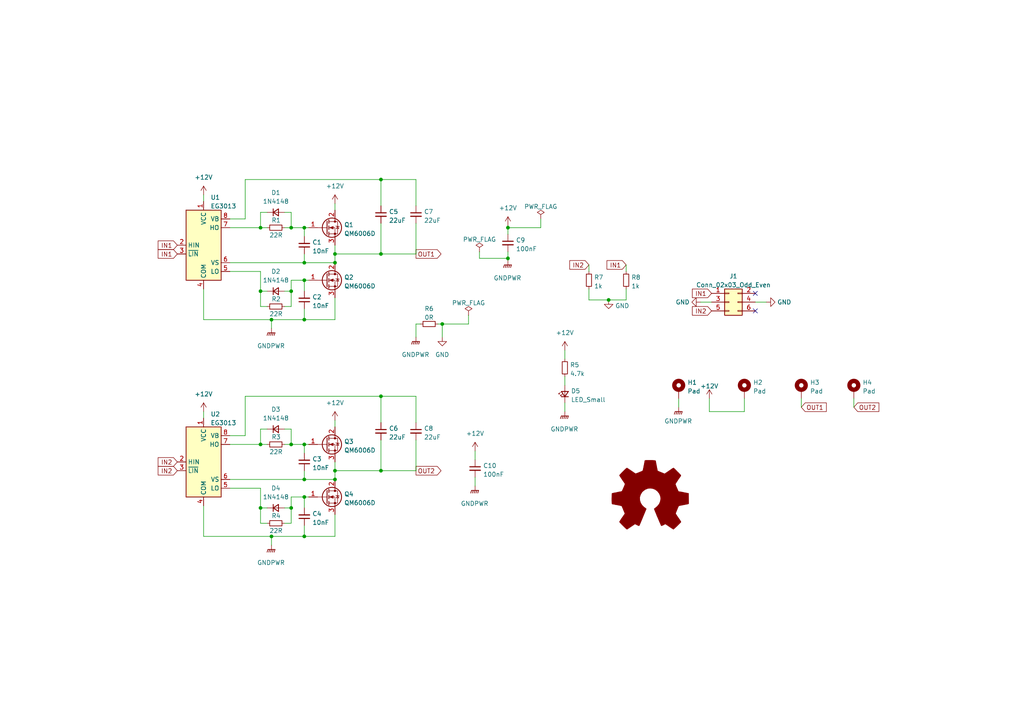
<source format=kicad_sch>
(kicad_sch (version 20211123) (generator eeschema)
  (paper "A4")
  (title_block (title "B车模电机驱动") (date "2022-03-18") (rev "V1.0") (company "zenchere"))
  (lib_symbols
    (symbol "Connector_Generic:Conn_02x03_Odd_Even" (pin_names (offset 1.016) hide)
      (property "Reference" "J" (at 1.27 5.08 0))
      (property "Value" "Conn_02x03_Odd_Even" (at 1.27 -5.08 0))
      (symbol "Conn_02x03_Odd_Even_1_1"
        (rectangle (start -1.27 -2.413) (end 0 -2.667) (stroke (width 0.1524)))
        (rectangle (start -1.27 0.127) (end 0 -0.127) (stroke (width 0.1524)))
        (rectangle (start -1.27 2.667) (end 0 2.413) (stroke (width 0.1524)))
        (rectangle (start -1.27 3.81) (end 3.81 -3.81) (stroke (width 0.254)) (fill (type background)))
        (rectangle (start 3.81 -2.413) (end 2.54 -2.667) (stroke (width 0.1524)))
        (rectangle (start 3.81 0.127) (end 2.54 -0.127) (stroke (width 0.1524)))
        (rectangle (start 3.81 2.667) (end 2.54 2.413) (stroke (width 0.1524)))
        (pin passive line (at -5.08 2.54 0) (length 3.81) (name "Pin_1") (number "1"))
        (pin passive line (at 7.62 2.54 180) (length 3.81) (name "Pin_2") (number "2"))
        (pin passive line (at -5.08 0 0) (length 3.81) (name "Pin_3") (number "3"))
        (pin passive line (at 7.62 0 180) (length 3.81) (name "Pin_4") (number "4"))
        (pin passive line (at -5.08 -2.54 0) (length 3.81) (name "Pin_5") (number "5"))
        (pin passive line (at 7.62 -2.54 180) (length 3.81) (name "Pin_6") (number "6"))
      )
    )
    (symbol "Device:C_Small" (pin_numbers hide) (pin_names (offset 0.254) hide)
      (property "Reference" "C" (at 0.254 1.778 0))
      (property "Value" "C_Small" (at 0.254 -2.032 0))
      (symbol "C_Small_0_1"
        (polyline (pts (xy -1.524 -0.508) (xy 1.524 -0.508)) (stroke (width 0.3302)))
        (polyline (pts (xy -1.524 0.508) (xy 1.524 0.508)) (stroke (width 0.3048)))
      )
      (symbol "C_Small_1_1"
        (pin passive line (at 0 2.54 270) (length 2.032) (name "~") (number "1"))
        (pin passive line (at 0 -2.54 90) (length 2.032) (name "~") (number "2"))
      )
    )
    (symbol "Device:D_Small" (pin_numbers hide) (pin_names (offset 0.254) hide)
      (property "Reference" "D" (at -1.27 2.032 0))
      (property "Value" "D_Small" (at -3.81 -2.032 0))
      (symbol "D_Small_0_1"
        (polyline (pts (xy -0.762 -1.016) (xy -0.762 1.016)) (stroke (width 0.254)))
        (polyline (pts (xy -0.762 0) (xy 0.762 0)))
        (polyline (pts (xy 0.762 -1.016) (xy -0.762 0) (xy 0.762 1.016) (xy 0.762 -1.016)) (stroke (width 0.254)))
      )
      (symbol "D_Small_1_1"
        (pin passive line (at -2.54 0 0) (length 1.778) (name "K") (number "1"))
        (pin passive line (at 2.54 0 180) (length 1.778) (name "A") (number "2"))
      )
    )
    (symbol "Device:LED_Small" (pin_numbers hide) (pin_names (offset 0.254) hide)
      (property "Reference" "D" (at -1.27 3.175 0))
      (property "Value" "LED_Small" (at -4.445 -2.54 0))
      (symbol "LED_Small_0_1"
        (polyline (pts (xy -0.762 -1.016) (xy -0.762 1.016)) (stroke (width 0.254)))
        (polyline (pts (xy 1.016 0) (xy -0.762 0)))
        (polyline (pts (xy 0.762 -1.016) (xy -0.762 0) (xy 0.762 1.016) (xy 0.762 -1.016)) (stroke (width 0.254)))
        (polyline (pts (xy 0 0.762) (xy -0.508 1.27) (xy -0.254 1.27) (xy -0.508 1.27) (xy -0.508 1.016)))
        (polyline (pts (xy 0.508 1.27) (xy 0 1.778) (xy 0.254 1.778) (xy 0 1.778) (xy 0 1.524)))
      )
      (symbol "LED_Small_1_1"
        (pin passive line (at -2.54 0 0) (length 1.778) (name "K") (number "1"))
        (pin passive line (at 2.54 0 180) (length 1.778) (name "A") (number "2"))
      )
    )
    (symbol "Device:R_Small" (pin_numbers hide) (pin_names (offset 0.254) hide)
      (property "Reference" "R" (at 0.762 0.508 0))
      (property "Value" "R_Small" (at 0.762 -1.016 0))
      (symbol "R_Small_0_1"
        (rectangle (start -0.762 1.778) (end 0.762 -1.778) (stroke (width 0.2032)))
      )
      (symbol "R_Small_1_1"
        (pin passive line (at 0 2.54 270) (length 0.762) (name "~") (number "1"))
        (pin passive line (at 0 -2.54 90) (length 0.762) (name "~") (number "2"))
      )
    )
    (symbol "Driver_FET:IR2103"
      (property "Reference" "U" (at 1.27 13.335 0))
      (property "Value" "IR2103" (at 1.27 11.43 0))
      (symbol "IR2103_0_1"
        (rectangle (start -5.08 -10.16) (end 5.08 10.16) (stroke (width 0.254)) (fill (type background)))
      )
      (symbol "IR2103_1_1"
        (pin power_in line (at 0 12.7 270) (length 2.54) (name "VCC") (number "1"))
        (pin input line (at -7.62 0 0) (length 2.54) (name "HIN") (number "2"))
        (pin input line (at -7.62 -2.54 0) (length 2.54) (name "~{LIN}") (number "3"))
        (pin power_in line (at 0 -12.7 90) (length 2.54) (name "COM") (number "4"))
        (pin output line (at 7.62 -7.62 180) (length 2.54) (name "LO") (number "5"))
        (pin passive line (at 7.62 -5.08 180) (length 2.54) (name "VS") (number "6"))
        (pin output line (at 7.62 5.08 180) (length 2.54) (name "HO") (number "7"))
        (pin passive line (at 7.62 7.62 180) (length 2.54) (name "VB") (number "8"))
      )
    )
    (symbol "Graphic:Logo_Open_Hardware_Large" (pin_names (offset 1.016))
      (symbol "Logo_Open_Hardware_Large_1_1"
        (polyline (pts (xy 6.731 -8.7122) (xy 6.6294 -8.6614) (xy 6.35 -8.4836) (xy 5.9944 -8.255) (xy 5.5372 -7.9502) (xy 5.1054 -7.6454) (xy 4.7498 -7.4168) (xy 4.4958 -7.239) (xy 4.3942 -7.1882) (xy 4.318 -7.2136) (xy 4.1148 -7.3152) (xy 3.81 -7.4676) (xy 3.6322 -7.5692) (xy 3.3528 -7.6708) (xy 3.2258 -7.6962) (xy 3.2004 -7.6708) (xy 3.0988 -7.4676) (xy 2.9464 -7.0866) (xy 2.7178 -6.604) (xy 2.4892 -6.0452) (xy 2.2352 -5.4356) (xy 1.9558 -4.826) (xy 1.7272 -4.2164) (xy 1.4986 -3.683) (xy 1.3208 -3.2512) (xy 1.2192 -2.9464) (xy 1.1684 -2.8194) (xy 1.1938 -2.794) (xy 1.3208 -2.667) (xy 1.5748 -2.4892) (xy 2.0828 -2.0574) (xy 2.6162 -1.397) (xy 2.921 -0.6604) (xy 3.048 0.1524) (xy 2.9464 0.9144) (xy 2.6416 1.6256) (xy 2.1336 2.286) (xy 1.524 2.7686) (xy 0.8128 3.0734) (xy 0 3.175) (xy -0.762 3.0988) (xy -1.4986 2.794) (xy -2.159 2.286) (xy -2.4384 1.9812) (xy -2.8194 1.3208) (xy -3.048 0.6096) (xy -3.0734 0.4318) (xy -3.0226 -0.3556) (xy -2.794 -1.0922) (xy -2.3876 -1.7526) (xy -1.8288 -2.3114) (xy -1.7526 -2.3622) (xy -1.4732 -2.5654) (xy -1.2954 -2.6924) (xy -1.1684 -2.8194) (xy -2.159 -5.207) (xy -2.3114 -5.588) (xy -2.5908 -6.2484) (xy -2.8194 -6.8072) (xy -3.0226 -7.2644) (xy -3.1496 -7.5692) (xy -3.2258 -7.6708) (xy -3.2258 -7.6962) (xy -3.302 -7.6962) (xy -3.4798 -7.6454) (xy -3.8354 -7.4676) (xy -4.0386 -7.366) (xy -4.2926 -7.239) (xy -4.4196 -7.1882) (xy -4.5212 -7.239) (xy -4.7498 -7.3914) (xy -5.1054 -7.6454) (xy -5.5372 -7.9248) (xy -5.9436 -8.2042) (xy -6.3246 -8.4582) (xy -6.604 -8.636) (xy -6.731 -8.7122) (xy -6.7564 -8.7122) (xy -6.858 -8.636) (xy -7.0866 -8.4582) (xy -7.4168 -8.1534) (xy -7.874 -7.6962) (xy -7.9502 -7.62) (xy -8.3312 -7.239) (xy -8.636 -6.9088) (xy -8.8392 -6.6802) (xy -8.9154 -6.5786) (xy -8.9154 -6.5786) (xy -8.8392 -6.4516) (xy -8.6614 -6.1722) (xy -8.4328 -5.7912) (xy -8.128 -5.3594) (xy -7.3152 -4.191) (xy -7.7724 -3.0988) (xy -7.8994 -2.7686) (xy -8.0772 -2.3622) (xy -8.2042 -2.0828) (xy -8.255 -1.9558) (xy -8.382 -1.905) (xy -8.6614 -1.8542) (xy -9.0932 -1.7526) (xy -9.6266 -1.651) (xy -10.1092 -1.5748) (xy -10.541 -1.4732) (xy -10.8712 -1.4224) (xy -11.0236 -1.397) (xy -11.049 -1.3716) (xy -11.0744 -1.2954) (xy -11.0998 -1.143) (xy -11.0998 -0.889) (xy -11.1252 -0.4572) (xy -11.1252 0.1524) (xy -11.1252 0.2286) (xy -11.0998 0.8128) (xy -11.0998 1.27) (xy -11.0744 1.5494) (xy -11.0744 1.6764) (xy -11.0744 1.6764) (xy -10.922 1.7018) (xy -10.6172 1.778) (xy -10.16 1.8542) (xy -9.652 1.9558) (xy -9.6012 1.9812) (xy -9.0932 2.0828) (xy -8.636 2.159) (xy -8.3312 2.2352) (xy -8.2042 2.286) (xy -8.1788 2.3114) (xy -8.0772 2.5146) (xy -7.9248 2.8448) (xy -7.747 3.2512) (xy -7.5692 3.6576) (xy -7.4168 4.0386) (xy -7.3152 4.318) (xy -7.2898 4.445) (xy -7.2898 4.445) (xy -7.366 4.572) (xy -7.5438 4.826) (xy -7.7978 5.207) (xy -8.128 5.6642) (xy -8.128 5.6896) (xy -8.4328 6.1468) (xy -8.6868 6.5278) (xy -8.8392 6.7818) (xy -8.9154 6.9088) (xy -8.9154 6.9088) (xy -8.8138 7.0358) (xy -8.5852 7.2898) (xy -8.255 7.6454) (xy -7.874 8.0264) (xy -7.747 8.1534) (xy -7.3152 8.5852) (xy -7.0104 8.8646) (xy -6.8326 8.9916) (xy -6.731 9.0424) (xy -6.731 9.0424) (xy -6.604 8.9408) (xy -6.3246 8.763) (xy -5.9436 8.509) (xy -5.4864 8.2042) (xy -5.461 8.1788) (xy -5.0038 7.874) (xy -4.6482 7.62) (xy -4.3688 7.4422) (xy -4.2672 7.3914) (xy -4.2418 7.3914) (xy -4.064 7.4422) (xy -3.7338 7.5438) (xy -3.3528 7.6962) (xy -2.9464 7.874) (xy -2.5654 8.0264) (xy -2.286 8.1534) (xy -2.159 8.2296) (xy -2.159 8.2296) (xy -2.1082 8.382) (xy -2.032 8.7122) (xy -1.9304 9.1694) (xy -1.8288 9.7282) (xy -1.8034 9.8044) (xy -1.7018 10.3378) (xy -1.6256 10.7696) (xy -1.5748 11.0744) (xy -1.524 11.2014) (xy -1.4478 11.2268) (xy -1.1938 11.2522) (xy -0.8128 11.2522) (xy -0.3302 11.2522) (xy 0.1524 11.2522) (xy 0.6604 11.2522) (xy 1.0668 11.2268) (xy 1.3716 11.2014) (xy 1.4986 11.176) (xy 1.4986 11.176) (xy 1.5494 11.0236) (xy 1.6256 10.6934) (xy 1.7018 10.2108) (xy 1.8288 9.6774) (xy 1.8288 9.5758) (xy 1.9304 9.0424) (xy 2.032 8.6106) (xy 2.0828 8.3058) (xy 2.1336 8.2042) (xy 2.159 8.1788) (xy 2.3876 8.0772) (xy 2.7432 7.9248) (xy 3.175 7.747) (xy 4.191 7.3406) (xy 5.461 8.2042) (xy 5.5626 8.2804) (xy 6.0198 8.5852) (xy 6.3754 8.8392) (xy 6.6294 8.9916) (xy 6.7564 9.0424) (xy 6.7564 9.0424) (xy 6.8834 8.9408) (xy 7.1374 8.7122) (xy 7.4676 8.382) (xy 7.8486 7.9756) (xy 8.1534 7.6962) (xy 8.4836 7.3406) (xy 8.7122 7.112) (xy 8.8392 6.9596) (xy 8.8646 6.858) (xy 8.8646 6.8072) (xy 8.7884 6.6802) (xy 8.6106 6.4008) (xy 8.3312 6.0198) (xy 8.0264 5.588) (xy 7.7978 5.207) (xy 7.5184 4.8006) (xy 7.3406 4.4958) (xy 7.2898 4.3434) (xy 7.2898 4.2926) (xy 7.3914 4.0386) (xy 7.5184 3.683) (xy 7.7216 3.2258) (xy 8.1534 2.2352) (xy 8.7884 2.1082) (xy 9.1948 2.0574) (xy 9.7536 1.9304) (xy 10.2616 1.8288) (xy 11.0998 1.6764) (xy 11.1252 -1.3208) (xy 10.9982 -1.3716) (xy 10.8712 -1.397) (xy 10.5664 -1.4732) (xy 10.1346 -1.5494) (xy 9.6266 -1.651) (xy 9.1948 -1.7272) (xy 8.7376 -1.8288) (xy 8.4328 -1.8796) (xy 8.2804 -1.905) (xy 8.255 -1.9558) (xy 8.1534 -2.159) (xy 7.9756 -2.5146) (xy 7.8232 -2.921) (xy 7.6454 -3.3274) (xy 7.493 -3.7338) (xy 7.366 -4.0132) (xy 7.3406 -4.191) (xy 7.3914 -4.2926) (xy 7.5692 -4.5466) (xy 7.7978 -4.9276) (xy 8.1026 -5.3594) (xy 8.4074 -5.7912) (xy 8.6614 -6.1722) (xy 8.8138 -6.4262) (xy 8.89 -6.5532) (xy 8.8646 -6.6548) (xy 8.6868 -6.858) (xy 8.3566 -7.1882) (xy 7.874 -7.6708) (xy 7.7978 -7.747) (xy 7.3914 -8.128) (xy 7.0612 -8.4328) (xy 6.8326 -8.636) (xy 6.731 -8.7122)) (fill (type outline)))
      )
    )
    (symbol "Mechanical:MountingHole_Pad" (pin_numbers hide) (pin_names (offset 1.016) hide)
      (property "Reference" "H" (at 0 6.35 0))
      (property "Value" "MountingHole_Pad" (at 0 4.445 0))
      (symbol "MountingHole_Pad_0_1"
        (circle (center 0 1.27) (radius 1.27) (stroke (width 1.27)))
      )
      (symbol "MountingHole_Pad_1_1"
        (pin input line (at 0 -2.54 90) (length 2.54) (name "1") (number "1"))
      )
    )
    (symbol "Transistor_FET:QM6006D" (pin_names hide)
      (property "Reference" "Q" (at 5.08 1.905 0))
      (property "Value" "QM6006D" (at 5.08 0 0))
      (symbol "QM6006D_0_1"
        (polyline (pts (xy 0.254 0) (xy -2.54 0)))
        (polyline (pts (xy 0.254 1.905) (xy 0.254 -1.905)) (stroke (width 0.254)))
        (polyline (pts (xy 0.762 -1.27) (xy 0.762 -2.286)) (stroke (width 0.254)))
        (polyline (pts (xy 0.762 0.508) (xy 0.762 -0.508)) (stroke (width 0.254)))
        (polyline (pts (xy 0.762 2.286) (xy 0.762 1.27)) (stroke (width 0.254)))
        (polyline (pts (xy 2.54 2.54) (xy 2.54 1.778)))
        (polyline (pts (xy 2.54 -2.54) (xy 2.54 0) (xy 0.762 0)))
        (polyline (pts (xy 0.762 -1.778) (xy 3.302 -1.778) (xy 3.302 1.778) (xy 0.762 1.778)))
        (polyline (pts (xy 1.016 0) (xy 2.032 0.381) (xy 2.032 -0.381) (xy 1.016 0)) (fill (type outline)))
        (polyline (pts (xy 2.794 0.508) (xy 2.921 0.381) (xy 3.683 0.381) (xy 3.81 0.254)))
        (polyline (pts (xy 3.302 0.381) (xy 2.921 -0.254) (xy 3.683 -0.254) (xy 3.302 0.381)))
        (circle (center 1.651 0) (radius 2.794) (stroke (width 0.254)))
        (circle (center 2.54 -1.778) (radius 0.254) (fill (type outline)))
        (circle (center 2.54 1.778) (radius 0.254) (fill (type outline)))
      )
      (symbol "QM6006D_1_1"
        (pin input line (at -5.08 0 0) (length 2.54) (name "G") (number "1"))
        (pin passive line (at 2.54 5.08 270) (length 2.54) (name "D") (number "2"))
        (pin passive line (at 2.54 -5.08 90) (length 2.54) (name "S") (number "3"))
      )
    )
    (symbol "power:+12V" (power) (pin_names (offset 0))
      (property "Value" "+12V" (at 0 3.556 0))
      (symbol "+12V_0_1"
        (polyline (pts (xy -0.762 1.27) (xy 0 2.54)))
        (polyline (pts (xy 0 0) (xy 0 2.54)))
        (polyline (pts (xy 0 2.54) (xy 0.762 1.27)))
      )
      (symbol "+12V_1_1"
        (pin power_in line (at 0 0 90) (length 0) hide (name "+12V") (number "1"))
      )
    )
    (symbol "power:GND" (power) (pin_names (offset 0))
      (property "Value" "GND" (at 0 -3.81 0))
      (symbol "GND_0_1"
        (polyline (pts (xy 0 0) (xy 0 -1.27) (xy 1.27 -1.27) (xy 0 -2.54) (xy -1.27 -1.27) (xy 0 -1.27)))
      )
      (symbol "GND_1_1"
        (pin power_in line (at 0 0 270) (length 0) hide (name "GND") (number "1"))
      )
    )
    (symbol "power:GNDPWR" (power) (pin_names (offset 0))
      (property "Value" "GNDPWR" (at 0 -3.302 0))
      (symbol "GNDPWR_0_1"
        (polyline (pts (xy 0 -1.27) (xy 0 0)))
        (polyline (pts (xy -1.016 -1.27) (xy -1.27 -2.032) (xy -1.27 -2.032)) (stroke (width 0.2032)))
        (polyline (pts (xy -0.508 -1.27) (xy -0.762 -2.032) (xy -0.762 -2.032)) (stroke (width 0.2032)))
        (polyline (pts (xy 0 -1.27) (xy -0.254 -2.032) (xy -0.254 -2.032)) (stroke (width 0.2032)))
        (polyline (pts (xy 0.508 -1.27) (xy 0.254 -2.032) (xy 0.254 -2.032)) (stroke (width 0.2032)))
        (polyline (pts (xy 1.016 -1.27) (xy -1.016 -1.27) (xy -1.016 -1.27)) (stroke (width 0.2032)))
        (polyline (pts (xy 1.016 -1.27) (xy 0.762 -2.032) (xy 0.762 -2.032) (xy 0.762 -2.032)) (stroke (width 0.2032)))
      )
      (symbol "GNDPWR_1_1"
        (pin power_in line (at 0 0 270) (length 0) hide (name "GNDPWR") (number "1"))
      )
    )
    (symbol "power:PWR_FLAG" (power) (pin_numbers hide) (pin_names (offset 0) hide)
      (property "Value" "PWR_FLAG" (at 0 3.81 0))
      (symbol "PWR_FLAG_0_0"
        (pin power_out line (at 0 0 90) (length 0) (name "pwr") (number "1"))
      )
      (symbol "PWR_FLAG_0_1"
        (polyline (pts (xy 0 0) (xy 0 1.27) (xy -1.016 1.905) (xy 0 2.54) (xy 1.016 1.905) (xy 0 1.27)))
      )
    )
  )
  (junction (at 128.27 93.98))
  (junction (at 84.455 147.32))
  (junction (at 110.49 114.935))
  (junction (at 88.265 139.065))
  (junction (at 88.265 66.04))
  (junction (at 88.265 92.71))
  (junction (at 176.53 86.995))
  (junction (at 97.155 76.2))
  (junction (at 88.265 155.575))
  (junction (at 147.32 74.93))
  (junction (at 75.565 66.04))
  (junction (at 110.49 52.07))
  (junction (at 75.565 84.455))
  (junction (at 84.455 128.905))
  (junction (at 97.155 136.525))
  (junction (at 88.265 144.145))
  (junction (at 78.74 92.71))
  (junction (at 88.265 76.2))
  (junction (at 97.155 139.065))
  (junction (at 78.74 155.575))
  (junction (at 97.155 73.66))
  (junction (at 75.565 128.905))
  (junction (at 147.32 66.04))
  (junction (at 75.565 147.32))
  (junction (at 88.265 128.905))
  (junction (at 110.49 136.525))
  (junction (at 84.455 84.455))
  (junction (at 84.455 66.04))
  (junction (at 88.265 81.28))
  (junction (at 110.49 73.66))
  (no_connect (at 219.075 85.09))
  (no_connect (at 219.075 90.17))
  (wire (pts (xy 110.49 114.935) (xy 120.65 114.935)))
  (wire (pts (xy 59.055 83.82) (xy 59.055 92.71)))
  (wire (pts (xy 127 93.98) (xy 128.27 93.98)))
  (wire (pts (xy 84.455 81.28) (xy 88.265 81.28)))
  (wire (pts (xy 84.455 81.28) (xy 84.455 84.455)))
  (wire (pts (xy 97.155 73.66) (xy 97.155 76.2)))
  (wire (pts (xy 88.265 139.065) (xy 97.155 139.065)))
  (wire (pts (xy 75.565 128.905) (xy 77.47 128.905)))
  (wire (pts (xy 88.265 128.905) (xy 88.265 131.445)))
  (wire (pts (xy 88.265 144.145) (xy 88.265 147.32)))
  (wire (pts (xy 176.53 86.995) (xy 181.61 86.995)))
  (wire (pts (xy 59.055 119.38) (xy 59.055 121.285)))
  (wire (pts (xy 88.265 144.145) (xy 89.535 144.145)))
  (wire (pts (xy 97.155 155.575) (xy 97.155 149.225)))
  (wire (pts (xy 84.455 144.145) (xy 84.455 147.32)))
  (wire (pts (xy 84.455 84.455) (xy 84.455 88.9)))
  (wire (pts (xy 170.815 86.995) (xy 176.53 86.995)))
  (wire (pts (xy 88.265 66.04) (xy 84.455 66.04)))
  (wire (pts (xy 71.12 63.5) (xy 71.12 52.07)))
  (wire (pts (xy 147.32 74.93) (xy 147.32 75.565)))
  (wire (pts (xy 120.65 136.525) (xy 120.65 127.635)))
  (wire (pts (xy 97.155 136.525) (xy 110.49 136.525)))
  (wire (pts (xy 88.265 89.535) (xy 88.265 92.71)))
  (wire (pts (xy 59.055 56.515) (xy 59.055 58.42)))
  (wire (pts (xy 110.49 52.07) (xy 120.65 52.07)))
  (wire (pts (xy 88.265 155.575) (xy 97.155 155.575)))
  (wire (pts (xy 75.565 147.32) (xy 77.47 147.32)))
  (wire (pts (xy 120.65 114.935) (xy 120.65 122.555)))
  (wire (pts (xy 66.675 63.5) (xy 71.12 63.5)))
  (wire (pts (xy 97.155 136.525) (xy 97.155 139.065)))
  (wire (pts (xy 66.675 128.905) (xy 75.565 128.905)))
  (wire (pts (xy 97.155 92.71) (xy 97.155 86.36)))
  (wire (pts (xy 84.455 144.145) (xy 88.265 144.145)))
  (wire (pts (xy 88.265 73.66) (xy 88.265 76.2)))
  (wire (pts (xy 222.25 87.63) (xy 219.075 87.63)))
  (wire (pts (xy 147.32 66.04) (xy 147.32 67.945)))
  (wire (pts (xy 84.455 147.32) (xy 84.455 151.765)))
  (wire (pts (xy 84.455 124.46) (xy 84.455 128.905)))
  (wire (pts (xy 163.83 101.6) (xy 163.83 104.14)))
  (wire (pts (xy 88.265 128.905) (xy 84.455 128.905)))
  (wire (pts (xy 75.565 124.46) (xy 75.565 128.905)))
  (wire (pts (xy 147.32 66.04) (xy 156.845 66.04)))
  (wire (pts (xy 232.41 118.11) (xy 232.41 115.57)))
  (wire (pts (xy 88.265 128.905) (xy 89.535 128.905)))
  (wire (pts (xy 205.74 119.38) (xy 215.9 119.38)))
  (wire (pts (xy 147.32 65.405) (xy 147.32 66.04)))
  (wire (pts (xy 163.83 109.22) (xy 163.83 111.76)))
  (wire (pts (xy 75.565 84.455) (xy 75.565 88.9)))
  (wire (pts (xy 128.27 93.98) (xy 128.27 97.79)))
  (wire (pts (xy 120.65 73.66) (xy 120.65 64.77)))
  (wire (pts (xy 82.55 84.455) (xy 84.455 84.455)))
  (wire (pts (xy 59.055 155.575) (xy 78.74 155.575)))
  (wire (pts (xy 88.265 66.04) (xy 89.535 66.04)))
  (wire (pts (xy 78.74 92.71) (xy 88.265 92.71)))
  (wire (pts (xy 88.265 81.28) (xy 88.265 84.455)))
  (wire (pts (xy 135.89 91.44) (xy 135.89 93.98)))
  (wire (pts (xy 78.74 155.575) (xy 88.265 155.575)))
  (wire (pts (xy 110.49 52.07) (xy 110.49 59.69)))
  (wire (pts (xy 75.565 141.605) (xy 75.565 147.32)))
  (wire (pts (xy 181.61 76.835) (xy 181.61 78.74)))
  (wire (pts (xy 66.675 126.365) (xy 71.12 126.365)))
  (wire (pts (xy 77.47 124.46) (xy 75.565 124.46)))
  (wire (pts (xy 71.12 52.07) (xy 110.49 52.07)))
  (wire (pts (xy 97.155 73.66) (xy 110.49 73.66)))
  (wire (pts (xy 66.675 141.605) (xy 75.565 141.605)))
  (wire (pts (xy 203.2 87.63) (xy 206.375 87.63)))
  (wire (pts (xy 75.565 151.765) (xy 77.47 151.765)))
  (wire (pts (xy 139.065 73.025) (xy 139.065 74.93)))
  (wire (pts (xy 170.815 83.82) (xy 170.815 86.995)))
  (wire (pts (xy 196.85 118.11) (xy 196.85 115.57)))
  (wire (pts (xy 97.155 73.66) (xy 97.155 71.12)))
  (wire (pts (xy 97.155 121.92) (xy 97.155 123.825)))
  (wire (pts (xy 110.49 73.66) (xy 120.65 73.66)))
  (wire (pts (xy 110.49 127.635) (xy 110.49 136.525)))
  (wire (pts (xy 75.565 61.595) (xy 75.565 66.04)))
  (wire (pts (xy 88.265 136.525) (xy 88.265 139.065)))
  (wire (pts (xy 137.795 138.43) (xy 137.795 140.97)))
  (wire (pts (xy 120.65 93.98) (xy 121.92 93.98)))
  (wire (pts (xy 139.065 74.93) (xy 147.32 74.93)))
  (wire (pts (xy 66.675 76.2) (xy 88.265 76.2)))
  (wire (pts (xy 110.49 64.77) (xy 110.49 73.66)))
  (wire (pts (xy 75.565 78.74) (xy 75.565 84.455)))
  (wire (pts (xy 82.55 147.32) (xy 84.455 147.32)))
  (wire (pts (xy 82.55 151.765) (xy 84.455 151.765)))
  (wire (pts (xy 66.675 66.04) (xy 75.565 66.04)))
  (wire (pts (xy 97.155 136.525) (xy 97.155 133.985)))
  (wire (pts (xy 84.455 61.595) (xy 84.455 66.04)))
  (wire (pts (xy 120.65 52.07) (xy 120.65 59.69)))
  (wire (pts (xy 78.74 92.71) (xy 78.74 95.25)))
  (wire (pts (xy 82.55 128.905) (xy 84.455 128.905)))
  (wire (pts (xy 88.265 66.04) (xy 88.265 68.58)))
  (wire (pts (xy 75.565 66.04) (xy 77.47 66.04)))
  (wire (pts (xy 82.55 124.46) (xy 84.455 124.46)))
  (wire (pts (xy 59.055 146.685) (xy 59.055 155.575)))
  (wire (pts (xy 97.155 59.055) (xy 97.155 60.96)))
  (wire (pts (xy 75.565 88.9) (xy 77.47 88.9)))
  (wire (pts (xy 71.12 114.935) (xy 110.49 114.935)))
  (wire (pts (xy 66.675 78.74) (xy 75.565 78.74)))
  (wire (pts (xy 82.55 88.9) (xy 84.455 88.9)))
  (wire (pts (xy 78.74 155.575) (xy 78.74 158.115)))
  (wire (pts (xy 82.55 61.595) (xy 84.455 61.595)))
  (wire (pts (xy 75.565 147.32) (xy 75.565 151.765)))
  (wire (pts (xy 147.32 73.025) (xy 147.32 74.93)))
  (wire (pts (xy 215.9 119.38) (xy 215.9 115.57)))
  (wire (pts (xy 247.65 118.11) (xy 247.65 115.57)))
  (wire (pts (xy 170.815 76.835) (xy 170.815 78.74)))
  (wire (pts (xy 88.265 92.71) (xy 97.155 92.71)))
  (wire (pts (xy 71.12 126.365) (xy 71.12 114.935)))
  (wire (pts (xy 110.49 114.935) (xy 110.49 122.555)))
  (wire (pts (xy 75.565 84.455) (xy 77.47 84.455)))
  (wire (pts (xy 88.265 76.2) (xy 97.155 76.2)))
  (wire (pts (xy 66.675 139.065) (xy 88.265 139.065)))
  (wire (pts (xy 88.265 81.28) (xy 89.535 81.28)))
  (wire (pts (xy 120.65 97.79) (xy 120.65 93.98)))
  (wire (pts (xy 205.74 115.57) (xy 205.74 119.38)))
  (wire (pts (xy 82.55 66.04) (xy 84.455 66.04)))
  (wire (pts (xy 137.795 130.81) (xy 137.795 133.35)))
  (wire (pts (xy 135.89 93.98) (xy 128.27 93.98)))
  (wire (pts (xy 59.055 92.71) (xy 78.74 92.71)))
  (wire (pts (xy 77.47 61.595) (xy 75.565 61.595)))
  (wire (pts (xy 88.265 152.4) (xy 88.265 155.575)))
  (wire (pts (xy 181.61 86.995) (xy 181.61 83.82)))
  (wire (pts (xy 110.49 136.525) (xy 120.65 136.525)))
  (wire (pts (xy 163.83 116.84) (xy 163.83 119.38)))
  (wire (pts (xy 156.845 66.04) (xy 156.845 63.5)))
  (global_label "OUT2" (shape output) (at 120.65 136.525 0) (property "插入图纸页参考" "${INTERSHEET_REFS}" (effects hide)))
  (global_label "IN2" (shape input) (at 51.435 136.525 180) (property "Intersheet References" "${INTERSHEET_REFS}" (effects hide)))
  (global_label "OUT1" (shape output) (at 120.65 73.66 0) (property "插入图纸页参考" "${INTERSHEET_REFS}" (effects hide)))
  (global_label "IN2" (shape input) (at 206.375 90.17 180) (property "Intersheet References" "${INTERSHEET_REFS}" (effects hide)))
  (global_label "IN2" (shape input) (at 170.815 76.835 180) (property "Intersheet References" "${INTERSHEET_REFS}" (effects hide)))
  (global_label "OUT1" (shape input) (at 232.41 118.11 0) (property "插入图纸页参考" "${INTERSHEET_REFS}" (effects hide)))
  (global_label "IN2" (shape input) (at 51.435 133.985 180) (property "Intersheet References" "${INTERSHEET_REFS}" (effects hide)))
  (global_label "IN1" (shape input) (at 206.375 85.09 180) (property "Intersheet References" "${INTERSHEET_REFS}" (effects hide)))
  (global_label "IN1" (shape input) (at 51.435 71.12 180) (property "Intersheet References" "${INTERSHEET_REFS}" (effects hide)))
  (global_label "IN1" (shape input) (at 181.61 76.835 180) (property "Intersheet References" "${INTERSHEET_REFS}" (effects hide)))
  (global_label "IN1" (shape input) (at 51.435 73.66 180) (property "Intersheet References" "${INTERSHEET_REFS}" (effects hide)))
  (global_label "OUT2" (shape input) (at 247.65 118.11 0) (property "插入图纸页参考" "${INTERSHEET_REFS}" (effects hide)))
  (symbol (lib_id "power:GNDPWR") (at 196.85 118.11 0) (unit 1)
    (property "Reference" "#PWR013" (effects hide))
    (property "Value" "GNDPWR" (at 196.723 122.147 0))
  )
  (symbol (lib_id "Device:R_Small") (at 80.01 88.9 270) (unit 1)
    (property "Reference" "R2" (at 78.74 86.741 90) (effects (justify left)))
    (property "Value" "22R" (at 78.105 91.059 90) (effects (justify left)))
    (property "Footprint" "Resistor_SMD:R_0402_1005Metric" (effects hide))
  )
  (symbol (lib_id "Device:C_Small") (at 137.795 135.89 0) (unit 1)
    (property "Reference" "C10" (at 140.1191 135.0616 0) (effects (justify left)))
    (property "Value" "100nF" (at 140.1191 137.5985 0) (effects (justify left)))
    (property "Footprint" "Capacitor_SMD:C_0603_1608Metric" (effects hide))
  )
  (symbol (lib_id "Device:D_Small") (at 80.01 61.595 0) (unit 1)
    (property "Reference" "D1" (at 80.01 55.88 0))
    (property "Value" "1N4148" (at 80.01 58.42 0))
    (property "Footprint" "Diode_SMD:D_SOD-123" (effects hide))
  )
  (symbol (lib_id "power:GNDPWR") (at 78.74 158.115 0) (unit 1)
    (property "Reference" "#PWR04" (effects hide))
    (property "Value" "GNDPWR" (at 78.613 163.195 0))
  )
  (symbol (lib_id "power:+12V") (at 137.795 130.81 0) (unit 1)
    (property "Reference" "#PWR09" (effects hide))
    (property "Value" "+12V" (at 137.795 125.73 0))
  )
  (symbol (lib_id "Device:D_Small") (at 80.01 147.32 0) (unit 1)
    (property "Reference" "D4" (at 80.01 141.605 0))
    (property "Value" "1N4148" (at 80.01 144.145 0))
    (property "Footprint" "Diode_SMD:D_SOD-123" (effects hide))
  )
  (symbol (lib_id "Device:C_Small") (at 120.65 125.095 0) (unit 1)
    (property "Reference" "C8" (at 122.9741 124.2666 0) (effects (justify left)))
    (property "Value" "22uF" (at 122.9741 126.8035 0) (effects (justify left)))
    (property "Footprint" "Capacitor_SMD:C_0603_1608Metric" (effects hide))
  )
  (symbol (lib_id "Device:C_Small") (at 110.49 125.095 0) (unit 1)
    (property "Reference" "C6" (at 112.8141 124.2666 0) (effects (justify left)))
    (property "Value" "22uF" (at 112.8141 126.8035 0) (effects (justify left)))
    (property "Footprint" "Capacitor_SMD:C_0603_1608Metric" (effects hide))
  )
  (symbol (lib_id "power:+12V") (at 205.74 115.57 0) (unit 1)
    (property "Reference" "#PWR014" (effects hide))
    (property "Value" "+12V" (at 205.74 111.9942 0))
  )
  (symbol (lib_id "Device:R_Small") (at 163.83 106.68 0) (unit 1)
    (property "Reference" "R5" (at 165.3286 105.8453 0) (effects (justify left)))
    (property "Value" "4.7k" (at 165.3286 108.3822 0) (effects (justify left)))
    (property "Footprint" "Resistor_SMD:R_0402_1005Metric" (effects hide))
  )
  (symbol (lib_id "power:+12V") (at 97.155 59.055 0) (unit 1)
    (property "Reference" "#PWR05" (effects hide))
    (property "Value" "+12V" (at 97.155 53.975 0))
  )
  (symbol (lib_id "power:GND") (at 128.27 97.79 0) (unit 1)
    (property "Reference" "#PWR0102" (effects hide))
    (property "Value" "GND" (at 128.27 102.87 0))
  )
  (symbol (lib_id "power:+12V") (at 163.83 101.6 0) (unit 1)
    (property "Reference" "#PWR011" (effects hide))
    (property "Value" "+12V" (at 163.83 96.52 0))
  )
  (symbol (lib_id "Device:C_Small") (at 88.265 71.12 180) (unit 1)
    (property "Reference" "C1" (at 90.5891 70.2789 0) (effects (justify right)))
    (property "Value" "10nF" (at 90.5891 72.8158 0) (effects (justify right)))
    (property "Footprint" "Capacitor_SMD:C_0402_1005Metric" (effects hide))
  )
  (symbol (lib_id "Device:C_Small") (at 147.32 70.485 0) (unit 1)
    (property "Reference" "C9" (at 149.6441 69.6566 0) (effects (justify left)))
    (property "Value" "100nF" (at 149.6441 72.1935 0) (effects (justify left)))
    (property "Footprint" "Capacitor_SMD:C_0603_1608Metric" (effects hide))
  )
  (symbol (lib_id "Device:C_Small") (at 88.265 86.995 180) (unit 1)
    (property "Reference" "C2" (at 90.5891 86.1539 0) (effects (justify right)))
    (property "Value" "10nF" (at 90.5891 88.6908 0) (effects (justify right)))
    (property "Footprint" "Capacitor_SMD:C_0402_1005Metric" (effects hide))
  )
  (symbol (lib_id "Transistor_FET:QM6006D") (at 94.615 66.04 0) (unit 1)
    (property "Reference" "Q1" (at 99.822 65.2053 0) (effects (justify left)))
    (property "Value" "QM6006D" (at 99.822 67.7422 0) (effects (justify left)))
    (property "Footprint" "Package_TO_SOT_SMD:TO-252-2" (effects hide))
    (property "Datasheet" "http://www.jaolen.com/images/pdf/QM6006D.pdf" (effects hide))
  )
  (symbol (lib_id "Device:R_Small") (at 80.01 151.765 270) (unit 1)
    (property "Reference" "R4" (at 78.74 149.606 90) (effects (justify left)))
    (property "Value" "22R" (at 78.105 153.924 90) (effects (justify left)))
    (property "Footprint" "Resistor_SMD:R_0402_1005Metric" (effects hide))
  )
  (symbol (lib_id "power:PWR_FLAG") (at 135.89 91.44 0) (unit 1)
    (property "Reference" "#FLG0103" (effects hide))
    (property "Value" "PWR_FLAG" (at 135.89 87.8642 0))
  )
  (symbol (lib_id "power:GNDPWR") (at 147.32 75.565 0) (unit 1)
    (property "Reference" "#PWR08" (effects hide))
    (property "Value" "GNDPWR" (at 147.193 80.645 0))
  )
  (symbol (lib_id "Device:R_Small") (at 124.46 93.98 90) (unit 1)
    (property "Reference" "R6" (at 124.46 89.5436 90))
    (property "Value" "0R" (at 124.46 92.0805 90))
    (property "Footprint" "Resistor_SMD:R_0603_1608Metric" (effects hide))
  )
  (symbol (lib_id "power:GND") (at 222.25 87.63 90) (unit 1)
    (property "Reference" "#PWR0103" (effects hide))
    (property "Value" "GND" (at 225.425 87.6299 90) (effects (justify right)))
  )
  (symbol (lib_id "Device:D_Small") (at 80.01 84.455 0) (unit 1)
    (property "Reference" "D2" (at 80.01 78.74 0))
    (property "Value" "1N4148" (at 80.01 81.28 0))
    (property "Footprint" "Diode_SMD:D_SOD-123" (effects hide))
  )
  (symbol (lib_id "power:PWR_FLAG") (at 139.065 73.025 0) (unit 1)
    (property "Reference" "#FLG0102" (effects hide))
    (property "Value" "PWR_FLAG" (at 139.065 69.4492 0))
  )
  (symbol (lib_id "Device:LED_Small") (at 163.83 114.3 90) (unit 1)
    (property "Reference" "D5" (at 165.608 113.4018 90) (effects (justify right)))
    (property "Value" "LED_Small" (at 165.608 115.9387 90) (effects (justify right)))
    (property "Footprint" "LED_SMD:LED_0402_1005Metric" (effects hide))
  )
  (symbol (lib_id "Device:C_Small") (at 88.265 133.985 180) (unit 1)
    (property "Reference" "C3" (at 90.5891 133.1439 0) (effects (justify right)))
    (property "Value" "10nF" (at 90.5891 135.6808 0) (effects (justify right)))
    (property "Footprint" "Capacitor_SMD:C_0402_1005Metric" (effects hide))
  )
  (symbol (lib_id "Device:C_Small") (at 88.265 149.86 180) (unit 1)
    (property "Reference" "C4" (at 90.5891 149.0189 0) (effects (justify right)))
    (property "Value" "10nF" (at 90.5891 151.5558 0) (effects (justify right)))
    (property "Footprint" "Capacitor_SMD:C_0402_1005Metric" (effects hide))
  )
  (symbol (lib_id "power:GNDPWR") (at 120.65 97.79 0) (unit 1)
    (property "Reference" "#PWR0101" (effects hide))
    (property "Value" "GNDPWR" (at 120.523 102.87 0))
  )
  (symbol (lib_id "Device:R_Small") (at 80.01 128.905 270) (unit 1)
    (property "Reference" "R3" (at 78.74 126.746 90) (effects (justify left)))
    (property "Value" "22R" (at 78.105 131.064 90) (effects (justify left)))
    (property "Footprint" "Resistor_SMD:R_0402_1005Metric" (effects hide))
  )
  (symbol (lib_id "Device:C_Small") (at 120.65 62.23 0) (unit 1)
    (property "Reference" "C7" (at 122.9741 61.4016 0) (effects (justify left)))
    (property "Value" "22uF" (at 122.9741 63.9385 0) (effects (justify left)))
    (property "Footprint" "Capacitor_SMD:C_0603_1608Metric" (effects hide))
  )
  (symbol (lib_id "Graphic:Logo_Open_Hardware_Large") (at 188.595 144.78 0) (unit 1)
    (property "Reference" "#LOGO1" (effects hide))
    (property "Value" "Logo_Open_Hardware_Large" (effects hide))
  )
  (symbol (lib_id "power:GNDPWR") (at 137.795 140.97 0) (unit 1)
    (property "Reference" "#PWR010" (effects hide))
    (property "Value" "GNDPWR" (at 137.668 146.05 0))
  )
  (symbol (lib_id "Mechanical:MountingHole_Pad") (at 196.85 113.03 0) (unit 1)
    (property "Reference" "H1" (at 199.39 110.9253 0) (effects (justify left)))
    (property "Value" "Pad" (at 199.39 113.4622 0) (effects (justify left)))
    (property "Footprint" "MountingHole:MountingHole_2.5mm_Pad_Via" (effects hide))
  )
  (symbol (lib_id "Device:R_Small") (at 170.815 81.28 0) (unit 1)
    (property "Reference" "R7" (at 172.3136 80.4453 0) (effects (justify left)))
    (property "Value" "1k" (at 172.3136 82.9822 0) (effects (justify left)))
    (property "Footprint" "Resistor_SMD:R_0402_1005Metric" (effects hide))
  )
  (symbol (lib_id "Transistor_FET:QM6006D") (at 94.615 144.145 0) (unit 1)
    (property "Reference" "Q4" (at 99.822 143.3103 0) (effects (justify left)))
    (property "Value" "QM6006D" (at 99.822 145.8472 0) (effects (justify left)))
    (property "Footprint" "Package_TO_SOT_SMD:TO-252-2" (effects hide))
    (property "Datasheet" "http://www.jaolen.com/images/pdf/QM6006D.pdf" (effects hide))
  )
  (symbol (lib_id "power:GND") (at 176.53 86.995 0) (unit 1)
    (property "Reference" "#PWR015" (effects hide))
    (property "Value" "GND" (at 178.435 88.6988 0) (effects (justify left)))
  )
  (symbol (lib_id "power:GND") (at 203.2 87.63 270) (unit 1)
    (property "Reference" "#PWR0104" (effects hide))
    (property "Value" "GND" (at 200.025 87.6301 90) (effects (justify right)))
  )
  (symbol (lib_id "power:GNDPWR") (at 163.83 119.38 0) (unit 1)
    (property "Reference" "#PWR012" (effects hide))
    (property "Value" "GNDPWR" (at 163.703 124.46 0))
  )
  (symbol (lib_id "power:+12V") (at 59.055 56.515 0) (unit 1)
    (property "Reference" "#PWR01" (effects hide))
    (property "Value" "+12V" (at 59.055 51.435 0))
  )
  (symbol (lib_id "Device:C_Small") (at 110.49 62.23 0) (unit 1)
    (property "Reference" "C5" (at 112.8141 61.4016 0) (effects (justify left)))
    (property "Value" "22uF" (at 112.8141 63.9385 0) (effects (justify left)))
    (property "Footprint" "Capacitor_SMD:C_0603_1608Metric" (effects hide))
  )
  (symbol (lib_id "Transistor_FET:QM6006D") (at 94.615 81.28 0) (unit 1)
    (property "Reference" "Q2" (at 99.822 80.4453 0) (effects (justify left)))
    (property "Value" "QM6006D" (at 99.822 82.9822 0) (effects (justify left)))
    (property "Footprint" "Package_TO_SOT_SMD:TO-252-2" (effects hide))
    (property "Datasheet" "http://www.jaolen.com/images/pdf/QM6006D.pdf" (effects hide))
  )
  (symbol (lib_id "power:+12V") (at 147.32 65.405 0) (unit 1)
    (property "Reference" "#PWR07" (effects hide))
    (property "Value" "+12V" (at 147.32 60.325 0))
  )
  (symbol (lib_id "Driver_FET:IR2103") (at 59.055 133.985 0) (unit 1)
    (property "Reference" "U2" (at 61.0744 120.1252 0) (effects (justify left)))
    (property "Value" "EG3013" (at 61.0744 122.6621 0) (effects (justify left)))
    (property "Footprint" "Package_SO:SOIC-8_3.9x4.9mm_P1.27mm" (effects hide))
    (property "Datasheet" "https://www.infineon.com/dgdl/ir2103.pdf?fileId=5546d462533600a4015355c7b54b166f" (effects hide))
  )
  (symbol (lib_id "power:+12V") (at 59.055 119.38 0) (unit 1)
    (property "Reference" "#PWR02" (effects hide))
    (property "Value" "+12V" (at 59.055 114.3 0))
  )
  (symbol (lib_id "Driver_FET:IR2103") (at 59.055 71.12 0) (unit 1)
    (property "Reference" "U1" (at 61.0744 57.2602 0) (effects (justify left)))
    (property "Value" "EG3013" (at 61.0744 59.7971 0) (effects (justify left)))
    (property "Footprint" "Package_SO:SOIC-8_3.9x4.9mm_P1.27mm" (effects hide))
    (property "Datasheet" "https://www.infineon.com/dgdl/ir2103.pdf?fileId=5546d462533600a4015355c7b54b166f" (effects hide))
  )
  (symbol (lib_id "power:GNDPWR") (at 78.74 95.25 0) (unit 1)
    (property "Reference" "#PWR03" (effects hide))
    (property "Value" "GNDPWR" (at 78.613 100.33 0))
  )
  (symbol (lib_id "Device:D_Small") (at 80.01 124.46 0) (unit 1)
    (property "Reference" "D3" (at 80.01 118.745 0))
    (property "Value" "1N4148" (at 80.01 121.285 0))
    (property "Footprint" "Diode_SMD:D_SOD-123" (effects hide))
  )
  (symbol (lib_id "Device:R_Small") (at 181.61 81.28 0) (unit 1)
    (property "Reference" "R8" (at 183.1086 80.4453 0) (effects (justify left)))
    (property "Value" "1k" (at 183.1086 82.9822 0) (effects (justify left)))
    (property "Footprint" "Resistor_SMD:R_0402_1005Metric" (effects hide))
  )
  (symbol (lib_id "Connector_Generic:Conn_02x03_Odd_Even") (at 211.455 87.63 0) (unit 1)
    (property "Reference" "J1" (at 212.725 80.1202 0))
    (property "Value" "Conn_02x03_Odd_Even" (at 212.725 82.6571 0))
    (property "Footprint" "Connector_IDC:IDC-Header_2x03_P2.54mm_Vertical" (effects hide))
  )
  (symbol (lib_id "Mechanical:MountingHole_Pad") (at 247.65 113.03 0) (unit 1)
    (property "Reference" "H4" (at 250.19 110.9253 0) (effects (justify left)))
    (property "Value" "Pad" (at 250.19 113.4622 0) (effects (justify left)))
    (property "Footprint" "MountingHole:MountingHole_2.5mm_Pad_Via" (effects hide))
  )
  (symbol (lib_id "Mechanical:MountingHole_Pad") (at 232.41 113.03 0) (unit 1)
    (property "Reference" "H3" (at 234.95 110.9253 0) (effects (justify left)))
    (property "Value" "Pad" (at 234.95 113.4622 0) (effects (justify left)))
    (property "Footprint" "MountingHole:MountingHole_2.5mm_Pad_Via" (effects hide))
  )
  (symbol (lib_id "power:PWR_FLAG") (at 156.845 63.5 0) (unit 1)
    (property "Reference" "#FLG0101" (effects hide))
    (property "Value" "PWR_FLAG" (at 156.845 59.9242 0))
  )
  (symbol (lib_id "Mechanical:MountingHole_Pad") (at 215.9 113.03 0) (unit 1)
    (property "Reference" "H2" (at 218.44 110.9253 0) (effects (justify left)))
    (property "Value" "Pad" (at 218.44 113.4622 0) (effects (justify left)))
    (property "Footprint" "MountingHole:MountingHole_2.5mm_Pad_Via" (effects hide))
  )
  (symbol (lib_id "Transistor_FET:QM6006D") (at 94.615 128.905 0) (unit 1)
    (property "Reference" "Q3" (at 99.822 128.0703 0) (effects (justify left)))
    (property "Value" "QM6006D" (at 99.822 130.6072 0) (effects (justify left)))
    (property "Footprint" "Package_TO_SOT_SMD:TO-252-2" (effects hide))
    (property "Datasheet" "http://www.jaolen.com/images/pdf/QM6006D.pdf" (effects hide))
  )
  (symbol (lib_id "Device:R_Small") (at 80.01 66.04 270) (unit 1)
    (property "Reference" "R1" (at 78.74 63.881 90) (effects (justify left)))
    (property "Value" "22R" (at 78.105 68.199 90) (effects (justify left)))
    (property "Footprint" "Resistor_SMD:R_0402_1005Metric" (effects hide))
  )
  (symbol (lib_id "power:+12V") (at 97.155 121.92 0) (unit 1)
    (property "Reference" "#PWR06" (effects hide))
    (property "Value" "+12V" (at 97.155 116.84 0))
  )
)
</source>
